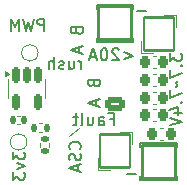
<source format=gbo>
G04 #@! TF.GenerationSoftware,KiCad,Pcbnew,8.0.7-8.0.7-0~ubuntu24.04.1*
G04 #@! TF.CreationDate,2024-12-31T11:01:01-07:00*
G04 #@! TF.ProjectId,DRV8213 brushed Motor Driver,44525638-3231-4332-9062-727573686564,V1*
G04 #@! TF.SameCoordinates,Original*
G04 #@! TF.FileFunction,Legend,Bot*
G04 #@! TF.FilePolarity,Positive*
%FSLAX46Y46*%
G04 Gerber Fmt 4.6, Leading zero omitted, Abs format (unit mm)*
G04 Created by KiCad (PCBNEW 8.0.7-8.0.7-0~ubuntu24.04.1) date 2024-12-31 11:01:01*
%MOMM*%
%LPD*%
G01*
G04 APERTURE LIST*
G04 Aperture macros list*
%AMRoundRect*
0 Rectangle with rounded corners*
0 $1 Rounding radius*
0 $2 $3 $4 $5 $6 $7 $8 $9 X,Y pos of 4 corners*
0 Add a 4 corners polygon primitive as box body*
4,1,4,$2,$3,$4,$5,$6,$7,$8,$9,$2,$3,0*
0 Add four circle primitives for the rounded corners*
1,1,$1+$1,$2,$3*
1,1,$1+$1,$4,$5*
1,1,$1+$1,$6,$7*
1,1,$1+$1,$8,$9*
0 Add four rect primitives between the rounded corners*
20,1,$1+$1,$2,$3,$4,$5,0*
20,1,$1+$1,$4,$5,$6,$7,0*
20,1,$1+$1,$6,$7,$8,$9,0*
20,1,$1+$1,$8,$9,$2,$3,0*%
G04 Aperture macros list end*
%ADD10C,0.120000*%
%ADD11C,0.150000*%
%ADD12C,0.127000*%
%ADD13R,1.000000X1.000000*%
%ADD14O,1.000000X1.000000*%
%ADD15RoundRect,0.250000X0.625000X-0.350000X0.625000X0.350000X-0.625000X0.350000X-0.625000X-0.350000X0*%
%ADD16O,1.750000X1.200000*%
%ADD17C,1.000000*%
%ADD18RoundRect,0.100000X1.250000X1.400000X-1.250000X1.400000X-1.250000X-1.400000X1.250000X-1.400000X0*%
%ADD19RoundRect,0.100000X-1.250000X-1.400000X1.250000X-1.400000X1.250000X1.400000X-1.250000X1.400000X0*%
%ADD20RoundRect,0.225000X0.225000X0.250000X-0.225000X0.250000X-0.225000X-0.250000X0.225000X-0.250000X0*%
%ADD21RoundRect,0.102000X1.400000X1.400000X-1.400000X1.400000X-1.400000X-1.400000X1.400000X-1.400000X0*%
%ADD22RoundRect,0.102000X-1.400000X-1.400000X1.400000X-1.400000X1.400000X1.400000X-1.400000X1.400000X0*%
%ADD23RoundRect,0.140000X-0.140000X-0.170000X0.140000X-0.170000X0.140000X0.170000X-0.140000X0.170000X0*%
%ADD24RoundRect,0.135000X0.185000X-0.135000X0.185000X0.135000X-0.185000X0.135000X-0.185000X-0.135000X0*%
%ADD25RoundRect,0.150000X-0.150000X0.512500X-0.150000X-0.512500X0.150000X-0.512500X0.150000X0.512500X0*%
%ADD26RoundRect,0.135000X-0.135000X-0.185000X0.135000X-0.185000X0.135000X0.185000X-0.135000X0.185000X0*%
G04 APERTURE END LIST*
D10*
X169100000Y-105400000D02*
X169900000Y-104700000D01*
D11*
X173701316Y-98303152D02*
X174463220Y-98588866D01*
X174463220Y-98588866D02*
X173701316Y-98874580D01*
X173272744Y-98065057D02*
X173225125Y-98017438D01*
X173225125Y-98017438D02*
X173129887Y-97969819D01*
X173129887Y-97969819D02*
X172891792Y-97969819D01*
X172891792Y-97969819D02*
X172796554Y-98017438D01*
X172796554Y-98017438D02*
X172748935Y-98065057D01*
X172748935Y-98065057D02*
X172701316Y-98160295D01*
X172701316Y-98160295D02*
X172701316Y-98255533D01*
X172701316Y-98255533D02*
X172748935Y-98398390D01*
X172748935Y-98398390D02*
X173320363Y-98969819D01*
X173320363Y-98969819D02*
X172701316Y-98969819D01*
X172082268Y-97969819D02*
X171987030Y-97969819D01*
X171987030Y-97969819D02*
X171891792Y-98017438D01*
X171891792Y-98017438D02*
X171844173Y-98065057D01*
X171844173Y-98065057D02*
X171796554Y-98160295D01*
X171796554Y-98160295D02*
X171748935Y-98350771D01*
X171748935Y-98350771D02*
X171748935Y-98588866D01*
X171748935Y-98588866D02*
X171796554Y-98779342D01*
X171796554Y-98779342D02*
X171844173Y-98874580D01*
X171844173Y-98874580D02*
X171891792Y-98922200D01*
X171891792Y-98922200D02*
X171987030Y-98969819D01*
X171987030Y-98969819D02*
X172082268Y-98969819D01*
X172082268Y-98969819D02*
X172177506Y-98922200D01*
X172177506Y-98922200D02*
X172225125Y-98874580D01*
X172225125Y-98874580D02*
X172272744Y-98779342D01*
X172272744Y-98779342D02*
X172320363Y-98588866D01*
X172320363Y-98588866D02*
X172320363Y-98350771D01*
X172320363Y-98350771D02*
X172272744Y-98160295D01*
X172272744Y-98160295D02*
X172225125Y-98065057D01*
X172225125Y-98065057D02*
X172177506Y-98017438D01*
X172177506Y-98017438D02*
X172082268Y-97969819D01*
X171367982Y-98684104D02*
X170891792Y-98684104D01*
X171463220Y-98969819D02*
X171129887Y-97969819D01*
X171129887Y-97969819D02*
X170796554Y-98969819D01*
X171146009Y-100953696D02*
X171193628Y-101096553D01*
X171193628Y-101096553D02*
X171241247Y-101144172D01*
X171241247Y-101144172D02*
X171336485Y-101191791D01*
X171336485Y-101191791D02*
X171479342Y-101191791D01*
X171479342Y-101191791D02*
X171574580Y-101144172D01*
X171574580Y-101144172D02*
X171622200Y-101096553D01*
X171622200Y-101096553D02*
X171669819Y-101001315D01*
X171669819Y-101001315D02*
X171669819Y-100620363D01*
X171669819Y-100620363D02*
X170669819Y-100620363D01*
X170669819Y-100620363D02*
X170669819Y-100953696D01*
X170669819Y-100953696D02*
X170717438Y-101048934D01*
X170717438Y-101048934D02*
X170765057Y-101096553D01*
X170765057Y-101096553D02*
X170860295Y-101144172D01*
X170860295Y-101144172D02*
X170955533Y-101144172D01*
X170955533Y-101144172D02*
X171050771Y-101096553D01*
X171050771Y-101096553D02*
X171098390Y-101048934D01*
X171098390Y-101048934D02*
X171146009Y-100953696D01*
X171146009Y-100953696D02*
X171146009Y-100620363D01*
X171384104Y-102334649D02*
X171384104Y-102810839D01*
X171669819Y-102239411D02*
X170669819Y-102572744D01*
X170669819Y-102572744D02*
X171669819Y-102906077D01*
X172529887Y-103946009D02*
X172863220Y-103946009D01*
X172863220Y-104469819D02*
X172863220Y-103469819D01*
X172863220Y-103469819D02*
X172387030Y-103469819D01*
X171577506Y-104469819D02*
X171577506Y-103946009D01*
X171577506Y-103946009D02*
X171625125Y-103850771D01*
X171625125Y-103850771D02*
X171720363Y-103803152D01*
X171720363Y-103803152D02*
X171910839Y-103803152D01*
X171910839Y-103803152D02*
X172006077Y-103850771D01*
X171577506Y-104422200D02*
X171672744Y-104469819D01*
X171672744Y-104469819D02*
X171910839Y-104469819D01*
X171910839Y-104469819D02*
X172006077Y-104422200D01*
X172006077Y-104422200D02*
X172053696Y-104326961D01*
X172053696Y-104326961D02*
X172053696Y-104231723D01*
X172053696Y-104231723D02*
X172006077Y-104136485D01*
X172006077Y-104136485D02*
X171910839Y-104088866D01*
X171910839Y-104088866D02*
X171672744Y-104088866D01*
X171672744Y-104088866D02*
X171577506Y-104041247D01*
X170672744Y-103803152D02*
X170672744Y-104469819D01*
X171101315Y-103803152D02*
X171101315Y-104326961D01*
X171101315Y-104326961D02*
X171053696Y-104422200D01*
X171053696Y-104422200D02*
X170958458Y-104469819D01*
X170958458Y-104469819D02*
X170815601Y-104469819D01*
X170815601Y-104469819D02*
X170720363Y-104422200D01*
X170720363Y-104422200D02*
X170672744Y-104374580D01*
X170053696Y-104469819D02*
X170148934Y-104422200D01*
X170148934Y-104422200D02*
X170196553Y-104326961D01*
X170196553Y-104326961D02*
X170196553Y-103469819D01*
X169815600Y-103803152D02*
X169434648Y-103803152D01*
X169672743Y-103469819D02*
X169672743Y-104326961D01*
X169672743Y-104326961D02*
X169625124Y-104422200D01*
X169625124Y-104422200D02*
X169529886Y-104469819D01*
X169529886Y-104469819D02*
X169434648Y-104469819D01*
X166963220Y-96469819D02*
X166963220Y-95469819D01*
X166963220Y-95469819D02*
X166582268Y-95469819D01*
X166582268Y-95469819D02*
X166487030Y-95517438D01*
X166487030Y-95517438D02*
X166439411Y-95565057D01*
X166439411Y-95565057D02*
X166391792Y-95660295D01*
X166391792Y-95660295D02*
X166391792Y-95803152D01*
X166391792Y-95803152D02*
X166439411Y-95898390D01*
X166439411Y-95898390D02*
X166487030Y-95946009D01*
X166487030Y-95946009D02*
X166582268Y-95993628D01*
X166582268Y-95993628D02*
X166963220Y-95993628D01*
X166058458Y-95469819D02*
X165820363Y-96469819D01*
X165820363Y-96469819D02*
X165629887Y-95755533D01*
X165629887Y-95755533D02*
X165439411Y-96469819D01*
X165439411Y-96469819D02*
X165201316Y-95469819D01*
X164820363Y-96469819D02*
X164820363Y-95469819D01*
X164820363Y-95469819D02*
X164487030Y-96184104D01*
X164487030Y-96184104D02*
X164153697Y-95469819D01*
X164153697Y-95469819D02*
X164153697Y-96469819D01*
X169696009Y-96503696D02*
X169743628Y-96646553D01*
X169743628Y-96646553D02*
X169791247Y-96694172D01*
X169791247Y-96694172D02*
X169886485Y-96741791D01*
X169886485Y-96741791D02*
X170029342Y-96741791D01*
X170029342Y-96741791D02*
X170124580Y-96694172D01*
X170124580Y-96694172D02*
X170172200Y-96646553D01*
X170172200Y-96646553D02*
X170219819Y-96551315D01*
X170219819Y-96551315D02*
X170219819Y-96170363D01*
X170219819Y-96170363D02*
X169219819Y-96170363D01*
X169219819Y-96170363D02*
X169219819Y-96503696D01*
X169219819Y-96503696D02*
X169267438Y-96598934D01*
X169267438Y-96598934D02*
X169315057Y-96646553D01*
X169315057Y-96646553D02*
X169410295Y-96694172D01*
X169410295Y-96694172D02*
X169505533Y-96694172D01*
X169505533Y-96694172D02*
X169600771Y-96646553D01*
X169600771Y-96646553D02*
X169648390Y-96598934D01*
X169648390Y-96598934D02*
X169696009Y-96503696D01*
X169696009Y-96503696D02*
X169696009Y-96170363D01*
X169934104Y-97884649D02*
X169934104Y-98360839D01*
X170219819Y-97789411D02*
X169219819Y-98122744D01*
X169219819Y-98122744D02*
X170219819Y-98456077D01*
X164319819Y-106741541D02*
X164319819Y-107360588D01*
X164319819Y-107360588D02*
X164700771Y-107027255D01*
X164700771Y-107027255D02*
X164700771Y-107170112D01*
X164700771Y-107170112D02*
X164748390Y-107265350D01*
X164748390Y-107265350D02*
X164796009Y-107312969D01*
X164796009Y-107312969D02*
X164891247Y-107360588D01*
X164891247Y-107360588D02*
X165129342Y-107360588D01*
X165129342Y-107360588D02*
X165224580Y-107312969D01*
X165224580Y-107312969D02*
X165272200Y-107265350D01*
X165272200Y-107265350D02*
X165319819Y-107170112D01*
X165319819Y-107170112D02*
X165319819Y-106884398D01*
X165319819Y-106884398D02*
X165272200Y-106789160D01*
X165272200Y-106789160D02*
X165224580Y-106741541D01*
X164653152Y-107693922D02*
X165319819Y-107932017D01*
X165319819Y-107932017D02*
X164653152Y-108170112D01*
X164319819Y-108455827D02*
X164319819Y-109074874D01*
X164319819Y-109074874D02*
X164700771Y-108741541D01*
X164700771Y-108741541D02*
X164700771Y-108884398D01*
X164700771Y-108884398D02*
X164748390Y-108979636D01*
X164748390Y-108979636D02*
X164796009Y-109027255D01*
X164796009Y-109027255D02*
X164891247Y-109074874D01*
X164891247Y-109074874D02*
X165129342Y-109074874D01*
X165129342Y-109074874D02*
X165224580Y-109027255D01*
X165224580Y-109027255D02*
X165272200Y-108979636D01*
X165272200Y-108979636D02*
X165319819Y-108884398D01*
X165319819Y-108884398D02*
X165319819Y-108598684D01*
X165319819Y-108598684D02*
X165272200Y-108503446D01*
X165272200Y-108503446D02*
X165224580Y-108455827D01*
X174763220Y-108588866D02*
X174001316Y-108588866D01*
X169974580Y-106508207D02*
X170022200Y-106460588D01*
X170022200Y-106460588D02*
X170069819Y-106317731D01*
X170069819Y-106317731D02*
X170069819Y-106222493D01*
X170069819Y-106222493D02*
X170022200Y-106079636D01*
X170022200Y-106079636D02*
X169926961Y-105984398D01*
X169926961Y-105984398D02*
X169831723Y-105936779D01*
X169831723Y-105936779D02*
X169641247Y-105889160D01*
X169641247Y-105889160D02*
X169498390Y-105889160D01*
X169498390Y-105889160D02*
X169307914Y-105936779D01*
X169307914Y-105936779D02*
X169212676Y-105984398D01*
X169212676Y-105984398D02*
X169117438Y-106079636D01*
X169117438Y-106079636D02*
X169069819Y-106222493D01*
X169069819Y-106222493D02*
X169069819Y-106317731D01*
X169069819Y-106317731D02*
X169117438Y-106460588D01*
X169117438Y-106460588D02*
X169165057Y-106508207D01*
X170022200Y-106889160D02*
X170069819Y-107032017D01*
X170069819Y-107032017D02*
X170069819Y-107270112D01*
X170069819Y-107270112D02*
X170022200Y-107365350D01*
X170022200Y-107365350D02*
X169974580Y-107412969D01*
X169974580Y-107412969D02*
X169879342Y-107460588D01*
X169879342Y-107460588D02*
X169784104Y-107460588D01*
X169784104Y-107460588D02*
X169688866Y-107412969D01*
X169688866Y-107412969D02*
X169641247Y-107365350D01*
X169641247Y-107365350D02*
X169593628Y-107270112D01*
X169593628Y-107270112D02*
X169546009Y-107079636D01*
X169546009Y-107079636D02*
X169498390Y-106984398D01*
X169498390Y-106984398D02*
X169450771Y-106936779D01*
X169450771Y-106936779D02*
X169355533Y-106889160D01*
X169355533Y-106889160D02*
X169260295Y-106889160D01*
X169260295Y-106889160D02*
X169165057Y-106936779D01*
X169165057Y-106936779D02*
X169117438Y-106984398D01*
X169117438Y-106984398D02*
X169069819Y-107079636D01*
X169069819Y-107079636D02*
X169069819Y-107317731D01*
X169069819Y-107317731D02*
X169117438Y-107460588D01*
X169784104Y-107841541D02*
X169784104Y-108317731D01*
X170069819Y-107746303D02*
X169069819Y-108079636D01*
X169069819Y-108079636D02*
X170069819Y-108412969D01*
X170113220Y-99719819D02*
X170113220Y-99053152D01*
X170113220Y-99243628D02*
X170065601Y-99148390D01*
X170065601Y-99148390D02*
X170017982Y-99100771D01*
X170017982Y-99100771D02*
X169922744Y-99053152D01*
X169922744Y-99053152D02*
X169827506Y-99053152D01*
X169065601Y-99053152D02*
X169065601Y-99719819D01*
X169494172Y-99053152D02*
X169494172Y-99576961D01*
X169494172Y-99576961D02*
X169446553Y-99672200D01*
X169446553Y-99672200D02*
X169351315Y-99719819D01*
X169351315Y-99719819D02*
X169208458Y-99719819D01*
X169208458Y-99719819D02*
X169113220Y-99672200D01*
X169113220Y-99672200D02*
X169065601Y-99624580D01*
X168637029Y-99672200D02*
X168541791Y-99719819D01*
X168541791Y-99719819D02*
X168351315Y-99719819D01*
X168351315Y-99719819D02*
X168256077Y-99672200D01*
X168256077Y-99672200D02*
X168208458Y-99576961D01*
X168208458Y-99576961D02*
X168208458Y-99529342D01*
X168208458Y-99529342D02*
X168256077Y-99434104D01*
X168256077Y-99434104D02*
X168351315Y-99386485D01*
X168351315Y-99386485D02*
X168494172Y-99386485D01*
X168494172Y-99386485D02*
X168589410Y-99338866D01*
X168589410Y-99338866D02*
X168637029Y-99243628D01*
X168637029Y-99243628D02*
X168637029Y-99196009D01*
X168637029Y-99196009D02*
X168589410Y-99100771D01*
X168589410Y-99100771D02*
X168494172Y-99053152D01*
X168494172Y-99053152D02*
X168351315Y-99053152D01*
X168351315Y-99053152D02*
X168256077Y-99100771D01*
X167779886Y-99719819D02*
X167779886Y-98719819D01*
X167351315Y-99719819D02*
X167351315Y-99196009D01*
X167351315Y-99196009D02*
X167398934Y-99100771D01*
X167398934Y-99100771D02*
X167494172Y-99053152D01*
X167494172Y-99053152D02*
X167637029Y-99053152D01*
X167637029Y-99053152D02*
X167732267Y-99100771D01*
X167732267Y-99100771D02*
X167779886Y-99148390D01*
X175563220Y-94788866D02*
X174801316Y-94788866D01*
X177614819Y-98400791D02*
X177614819Y-99019838D01*
X177614819Y-99019838D02*
X177995771Y-98686505D01*
X177995771Y-98686505D02*
X177995771Y-98829362D01*
X177995771Y-98829362D02*
X178043390Y-98924600D01*
X178043390Y-98924600D02*
X178091009Y-98972219D01*
X178091009Y-98972219D02*
X178186247Y-99019838D01*
X178186247Y-99019838D02*
X178424342Y-99019838D01*
X178424342Y-99019838D02*
X178519580Y-98972219D01*
X178519580Y-98972219D02*
X178567200Y-98924600D01*
X178567200Y-98924600D02*
X178614819Y-98829362D01*
X178614819Y-98829362D02*
X178614819Y-98543648D01*
X178614819Y-98543648D02*
X178567200Y-98448410D01*
X178567200Y-98448410D02*
X178519580Y-98400791D01*
X178519580Y-99448410D02*
X178567200Y-99496029D01*
X178567200Y-99496029D02*
X178614819Y-99448410D01*
X178614819Y-99448410D02*
X178567200Y-99400791D01*
X178567200Y-99400791D02*
X178519580Y-99448410D01*
X178519580Y-99448410D02*
X178614819Y-99448410D01*
X177614819Y-99829362D02*
X177614819Y-100496028D01*
X177614819Y-100496028D02*
X178614819Y-100067457D01*
X178233866Y-100734124D02*
X178186247Y-100781743D01*
X178186247Y-100781743D02*
X178138628Y-100876981D01*
X178138628Y-100876981D02*
X178233866Y-101067457D01*
X178233866Y-101067457D02*
X178186247Y-101162695D01*
X178186247Y-101162695D02*
X178138628Y-101210314D01*
X177614819Y-101496029D02*
X177614819Y-102162695D01*
X177614819Y-102162695D02*
X178614819Y-101734124D01*
X178519580Y-102543648D02*
X178567200Y-102591267D01*
X178567200Y-102591267D02*
X178614819Y-102543648D01*
X178614819Y-102543648D02*
X178567200Y-102496029D01*
X178567200Y-102496029D02*
X178519580Y-102543648D01*
X178519580Y-102543648D02*
X178614819Y-102543648D01*
X177948152Y-103448409D02*
X178614819Y-103448409D01*
X177567200Y-103210314D02*
X178281485Y-102972219D01*
X178281485Y-102972219D02*
X178281485Y-103591266D01*
X177614819Y-103829362D02*
X178614819Y-104162695D01*
X178614819Y-104162695D02*
X177614819Y-104496028D01*
D10*
G04 #@! TO.C,TP2*
X165500000Y-105900000D02*
G75*
G02*
X164100000Y-105900000I-700000J0D01*
G01*
X164100000Y-105900000D02*
G75*
G02*
X165500000Y-105900000I700000J0D01*
G01*
G04 #@! TO.C,J8*
X175200000Y-97350000D02*
X175200000Y-98350000D01*
X175200000Y-98350000D02*
X176200000Y-98350000D01*
X178100000Y-95150000D02*
X177100000Y-95150000D01*
X178100000Y-96150000D02*
X178100000Y-95150000D01*
G04 #@! TO.C,J5*
X171500000Y-107250000D02*
X171500000Y-108250000D01*
X171500000Y-108250000D02*
X172500000Y-108250000D01*
X174400000Y-105050000D02*
X173400000Y-105050000D01*
X174400000Y-106050000D02*
X174400000Y-105050000D01*
G04 #@! TO.C,C1*
X176134420Y-98640000D02*
X176415580Y-98640000D01*
X176134420Y-99660000D02*
X176415580Y-99660000D01*
G04 #@! TO.C,C4*
X176134420Y-103140000D02*
X176415580Y-103140000D01*
X176134420Y-104160000D02*
X176415580Y-104160000D01*
G04 #@! TO.C,C5*
X176759420Y-104690000D02*
X177040580Y-104690000D01*
X176759420Y-105710000D02*
X177040580Y-105710000D01*
D12*
G04 #@! TO.C,J7*
X175100000Y-106000000D02*
X178200000Y-106000000D01*
X175100000Y-106350000D02*
X175100000Y-106000000D01*
X175100000Y-109100000D02*
X175100000Y-108750000D01*
X178200000Y-106000000D02*
X178200000Y-106350000D01*
X178200000Y-108750000D02*
X178200000Y-109100000D01*
X178200000Y-109100000D02*
X175100000Y-109100000D01*
D10*
G04 #@! TO.C,TP1*
X166450000Y-98350000D02*
G75*
G02*
X165050000Y-98350000I-700000J0D01*
G01*
X165050000Y-98350000D02*
G75*
G02*
X166450000Y-98350000I700000J0D01*
G01*
G04 #@! TO.C,C3*
X176134420Y-100140000D02*
X176415580Y-100140000D01*
X176134420Y-101160000D02*
X176415580Y-101160000D01*
D12*
G04 #@! TO.C,J6*
X171400000Y-94300000D02*
X174500000Y-94300000D01*
X171400000Y-94650000D02*
X171400000Y-94300000D01*
X171400000Y-97400000D02*
X171400000Y-97050000D01*
X174500000Y-94300000D02*
X174500000Y-94650000D01*
X174500000Y-97050000D02*
X174500000Y-97400000D01*
X174500000Y-97400000D02*
X171400000Y-97400000D01*
D10*
G04 #@! TO.C,C9*
X164907836Y-103690000D02*
X164692164Y-103690000D01*
X164907836Y-104410000D02*
X164692164Y-104410000D01*
G04 #@! TO.C,R2*
X166620000Y-105996359D02*
X166620000Y-106303641D01*
X167380000Y-105996359D02*
X167380000Y-106303641D01*
G04 #@! TO.C,U2*
X163940000Y-100600000D02*
X163940000Y-101400000D01*
X163940000Y-102200000D02*
X163940000Y-101400000D01*
X167060000Y-100600000D02*
X167060000Y-101400000D01*
X167060000Y-102200000D02*
X167060000Y-101400000D01*
X163990000Y-100100000D02*
X163660000Y-100340000D01*
X163660000Y-99860000D01*
X163990000Y-100100000D01*
G36*
X163990000Y-100100000D02*
G01*
X163660000Y-100340000D01*
X163660000Y-99860000D01*
X163990000Y-100100000D01*
G37*
G04 #@! TO.C,R1*
X166803641Y-104320000D02*
X166496359Y-104320000D01*
X166803641Y-105080000D02*
X166496359Y-105080000D01*
G04 #@! TO.C,C2*
X176134420Y-101640000D02*
X176415580Y-101640000D01*
X176134420Y-102660000D02*
X176415580Y-102660000D01*
G04 #@! TD*
%LPC*%
D13*
G04 #@! TO.C,J11*
X168300000Y-108050000D03*
D14*
X168300000Y-106780000D03*
X168300000Y-105510000D03*
G04 #@! TD*
D15*
G04 #@! TO.C,J9*
X173000000Y-102700000D03*
D16*
X173000000Y-100700000D03*
G04 #@! TD*
D13*
G04 #@! TO.C,J10*
X168300000Y-97900000D03*
D14*
X168300000Y-96630000D03*
X168300000Y-95360000D03*
G04 #@! TD*
D17*
G04 #@! TO.C,TP2*
X164800000Y-105900000D03*
G04 #@! TD*
D18*
G04 #@! TO.C,J8*
X176650000Y-96750000D03*
G04 #@! TD*
D19*
G04 #@! TO.C,J5*
X172950000Y-106650000D03*
G04 #@! TD*
D20*
G04 #@! TO.C,C1*
X177050000Y-99150000D03*
X175500000Y-99150000D03*
G04 #@! TD*
G04 #@! TO.C,C4*
X177050000Y-103650000D03*
X175500000Y-103650000D03*
G04 #@! TD*
G04 #@! TO.C,C5*
X177675000Y-105200000D03*
X176125000Y-105200000D03*
G04 #@! TD*
D21*
G04 #@! TO.C,J7*
X176650000Y-107550000D03*
G04 #@! TD*
D17*
G04 #@! TO.C,TP1*
X165750000Y-98350000D03*
G04 #@! TD*
D20*
G04 #@! TO.C,C3*
X177050000Y-100650000D03*
X175500000Y-100650000D03*
G04 #@! TD*
D22*
G04 #@! TO.C,J6*
X172950000Y-95850000D03*
G04 #@! TD*
D23*
G04 #@! TO.C,C9*
X164320000Y-104050000D03*
X165280000Y-104050000D03*
G04 #@! TD*
D24*
G04 #@! TO.C,R2*
X167000000Y-106660000D03*
X167000000Y-105640000D03*
G04 #@! TD*
D25*
G04 #@! TO.C,U2*
X164550000Y-100262500D03*
X165500000Y-100262500D03*
X166450000Y-100262500D03*
X166450000Y-102537500D03*
X164550000Y-102537500D03*
G04 #@! TD*
D26*
G04 #@! TO.C,R1*
X166140000Y-104700000D03*
X167160000Y-104700000D03*
G04 #@! TD*
D20*
G04 #@! TO.C,C2*
X177050000Y-102150000D03*
X175500000Y-102150000D03*
G04 #@! TD*
%LPD*%
M02*

</source>
